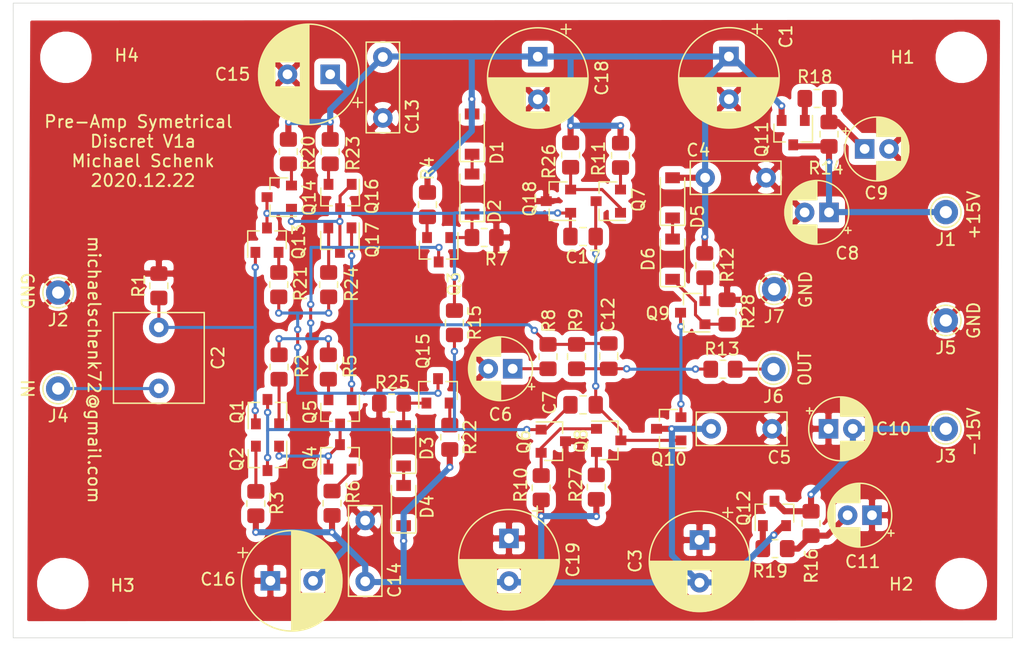
<source format=kicad_pcb>
(kicad_pcb (version 20171130) (host pcbnew "(5.1.8-0-10_14)")
  (layers (0 F.Cu signal) (31 B.Cu signal) (34 B.Paste user) (35 F.Paste user) (36 B.SilkS user) (37 F.SilkS user) (38 B.Mask user) (39 F.Mask user) (44 Edge.Cuts user))
  (net 0 "")
  (net 1 GND)
  (net 2 +15V)
  (net 3 "Net-(C2-Pad2)")
  (net 4 "Net-(C2-Pad1)")
  (net 5 -15V)
  (net 6 "Net-(C6-Pad1)")
  (net 7 "Net-(C7-Pad2)")
  (net 8 "Net-(C8-Pad1)")
  (net 9 "Net-(C9-Pad1)")
  (net 10 "Net-(C10-Pad2)")
  (net 11 "Net-(C11-Pad2)")
  (net 12 "Net-(D1-Pad1)")
  (net 13 "Net-(D2-Pad1)")
  (net 14 "Net-(J6-Pad1)")
  (net 15 "Net-(Q1-Pad2)")
  (net 16 "Net-(Q2-Pad2)")
  (net 17 "Net-(Q2-Pad1)")
  (net 18 "Net-(Q3-Pad3)")
  (net 19 "Net-(Q3-Pad2)")
  (net 20 "Net-(Q4-Pad2)")
  (net 21 "Net-(Q5-Pad2)")
  (net 22 "Net-(Q6-Pad2)")
  (net 23 "Net-(Q7-Pad2)")
  (net 24 "Net-(Q9-Pad2)")
  (net 25 "Net-(C12-Pad2)")
  (net 26 "Net-(C12-Pad1)")
  (net 27 "Net-(Q11-Pad1)")
  (net 28 "Net-(Q12-Pad1)")
  (net 29 "Net-(C17-Pad1)")
  (net 30 "Net-(C17-Pad2)")
  (net 31 "Net-(D3-Pad2)")
  (net 32 "Net-(D3-Pad1)")
  (net 33 "Net-(D5-Pad1)")
  (net 34 "Net-(D6-Pad1)")
  (net 35 "Net-(Q18-Pad2)")
  (net 36 "Net-(Q8-Pad2)")
  (net 37 "Net-(Q13-Pad2)")
  (net 38 "Net-(Q14-Pad2)")
  (net 39 "Net-(Q14-Pad1)")
  (net 40 "Net-(Q15-Pad3)")
  (net 41 "Net-(Q15-Pad2)")
  (net 42 "Net-(Q16-Pad2)")
  (net 43 "Net-(Q17-Pad2)")
  (module Resistor_SMD:R_0805_2012Metric_Pad1.20x1.40mm_HandSolder (layer F.Cu) (at 187.325 138.573 90)
    (fp_text reference R16 (at -3.4892 0.0254 90) (layer F.SilkS))
    (fp_text value 10k)
    (pad 2 smd roundrect (at 1 0 90) (size 1.2 1.4) (layers F.Cu F.Paste F.Mask) (roundrect_rratio 0.2083325) (net 10 "Net-(C10-Pad2)"))
    (pad 1 smd roundrect (at -1 0 90) (size 1.2 1.4) (layers F.Cu F.Paste F.Mask) (roundrect_rratio 0.2083325) (net 11 "Net-(C11-Pad2)"))
  )
  (module Capacitor_THT:CP_Radial_D8.0mm_P3.50mm (layer F.Cu) (at 162.56 139.8016 270)
    (fp_text reference C19 (at 1.75 -5.25 90) (layer F.SilkS))
    (fp_text value 220uF)
    (pad 2 thru_hole circle (at 3.5 0 270) (size 1.6 1.6) (drill 0.8) (layers *.Cu *.Mask) (net 5 -15V))
    (pad 1 thru_hole rect (at 0 0 270) (size 1.6 1.6) (drill 0.8) (layers *.Cu *.Mask) (net 1 GND))
  )
  (module Capacitor_THT:CP_Radial_D8.0mm_P3.50mm (layer F.Cu) (at 164.9222 100.2792 270)
    (fp_text reference C18 (at 1.75 -5.25 90) (layer F.SilkS))
    (fp_text value 220uF)
    (pad 2 thru_hole circle (at 3.5 0 270) (size 1.6 1.6) (drill 0.8) (layers *.Cu *.Mask) (net 1 GND))
    (pad 1 thru_hole rect (at 0 0 270) (size 1.6 1.6) (drill 0.8) (layers *.Cu *.Mask) (net 2 +15V))
  )
  (module Resistor_SMD:R_0805_2012Metric_Pad1.20x1.40mm_HandSolder (layer F.Cu) (at 141.8082 136.9408 270)
    (fp_text reference R3 (at -0.0348 -1.7272 90) (layer F.SilkS))
    (fp_text value 68R)
    (pad 2 smd roundrect (at 1 0 270) (size 1.2 1.4) (layers F.Cu F.Paste F.Mask) (roundrect_rratio 0.2083325) (net 5 -15V))
    (pad 1 smd roundrect (at -1 0 270) (size 1.2 1.4) (layers F.Cu F.Paste F.Mask) (roundrect_rratio 0.2083325) (net 16 "Net-(Q2-Pad2)"))
  )
  (module Resistor_SMD:R_0805_2012Metric_Pad1.20x1.40mm_HandSolder (layer F.Cu) (at 158.0896 122.1072 270)
    (fp_text reference R15 (at 0 -1.65 90) (layer F.SilkS))
    (fp_text value 250k)
    (pad 2 smd roundrect (at 1 0 270) (size 1.2 1.4) (layers F.Cu F.Paste F.Mask) (roundrect_rratio 0.2083325) (net 7 "Net-(C7-Pad2)"))
    (pad 1 smd roundrect (at -1 0 270) (size 1.2 1.4) (layers F.Cu F.Paste F.Mask) (roundrect_rratio 0.2083325) (net 30 "Net-(C17-Pad2)"))
  )
  (module Capacitor_THT:CP_Radial_D5.0mm_P2.00mm (layer F.Cu) (at 162.8648 125.8824 180)
    (fp_text reference C6 (at 1 -3.75) (layer F.SilkS))
    (fp_text value 100uF)
    (pad 2 thru_hole circle (at 2 0 180) (size 1.6 1.6) (drill 0.8) (layers *.Cu *.Mask) (net 1 GND))
    (pad 1 thru_hole rect (at 0 0 180) (size 1.6 1.6) (drill 0.8) (layers *.Cu *.Mask) (net 6 "Net-(C6-Pad1)"))
  )
  (module Package_TO_SOT_SMD:SOT-23 (layer F.Cu) (at 166.6146 112.1308 180)
    (fp_text reference Q18 (at 2.3528 0.193 90) (layer F.SilkS))
    (fp_text value BC860C)
    (pad 3 smd rect (at 1 0 180) (size 0.9 0.8) (layers F.Cu F.Paste F.Mask) (net 1 GND))
    (pad 2 smd rect (at -1 0.95 180) (size 0.9 0.8) (layers F.Cu F.Paste F.Mask) (net 35 "Net-(Q18-Pad2)"))
    (pad 1 smd rect (at -1 -0.95 180) (size 0.9 0.8) (layers F.Cu F.Paste F.Mask) (net 30 "Net-(C17-Pad2)"))
  )
  (module Resistor_SMD:R_0805_2012Metric_Pad1.20x1.40mm_HandSolder (layer F.Cu) (at 180.102 125.9205 180)
    (fp_text reference R13 (at 0.0795 1.651) (layer F.SilkS))
    (fp_text value 47R)
    (pad 2 smd roundrect (at 1 0 180) (size 1.2 1.4) (layers F.Cu F.Paste F.Mask) (roundrect_rratio 0.2083325) (net 26 "Net-(C12-Pad1)"))
    (pad 1 smd roundrect (at -1 0 180) (size 1.2 1.4) (layers F.Cu F.Paste F.Mask) (roundrect_rratio 0.2083325) (net 14 "Net-(J6-Pad1)"))
  )
  (module Resistor_SMD:R_0805_2012Metric_Pad1.20x1.40mm_HandSolder (layer F.Cu) (at 180.4416 121.2248 90)
    (fp_text reference R28 (at 0.0414 1.7145 90) (layer F.SilkS))
    (fp_text value 10k)
    (pad 2 smd roundrect (at 1 0 90) (size 1.2 1.4) (layers F.Cu F.Paste F.Mask) (roundrect_rratio 0.2083325) (net 1 GND))
    (pad 1 smd roundrect (at -1 0 90) (size 1.2 1.4) (layers F.Cu F.Paste F.Mask) (roundrect_rratio 0.2083325) (net 34 "Net-(D6-Pad1)"))
  )
  (module Resistor_SMD:R_0805_2012Metric_Pad1.20x1.40mm_HandSolder (layer F.Cu) (at 169.7228 135.5946 270)
    (fp_text reference R27 (at -0.1872 1.6764 90) (layer F.SilkS))
    (fp_text value 39R)
    (pad 2 smd roundrect (at 1 0 270) (size 1.2 1.4) (layers F.Cu F.Paste F.Mask) (roundrect_rratio 0.2083325) (net 5 -15V))
    (pad 1 smd roundrect (at -1 0 270) (size 1.2 1.4) (layers F.Cu F.Paste F.Mask) (roundrect_rratio 0.2083325) (net 36 "Net-(Q8-Pad2)"))
  )
  (module Resistor_SMD:R_0805_2012Metric_Pad1.20x1.40mm_HandSolder (layer F.Cu) (at 167.6146 108.347 270)
    (fp_text reference R26 (at 0.524 1.778 90) (layer F.SilkS))
    (fp_text value 2k2)
    (pad 2 smd roundrect (at 1 0 270) (size 1.2 1.4) (layers F.Cu F.Paste F.Mask) (roundrect_rratio 0.2083325) (net 35 "Net-(Q18-Pad2)"))
    (pad 1 smd roundrect (at -1 0 270) (size 1.2 1.4) (layers F.Cu F.Paste F.Mask) (roundrect_rratio 0.2083325) (net 2 +15V))
  )
  (module Resistor_SMD:R_0805_2012Metric_Pad1.20x1.40mm_HandSolder (layer F.Cu) (at 152.9334 128.7018)
    (fp_text reference R25 (at 0.0762 -1.7018) (layer F.SilkS))
    (fp_text value 10k)
    (pad 2 smd roundrect (at 1 0) (size 1.2 1.4) (layers F.Cu F.Paste F.Mask) (roundrect_rratio 0.2083325) (net 31 "Net-(D3-Pad2)"))
    (pad 1 smd roundrect (at -1 0) (size 1.2 1.4) (layers F.Cu F.Paste F.Mask) (roundrect_rratio 0.2083325) (net 1 GND))
  )
  (module Resistor_SMD:R_0805_2012Metric_Pad1.20x1.40mm_HandSolder (layer F.Cu) (at 147.7772 118.983 270)
    (fp_text reference R24 (at -0.0348 -1.8796 90) (layer F.SilkS))
    (fp_text value 100R)
    (pad 2 smd roundrect (at 1 0 270) (size 1.2 1.4) (layers F.Cu F.Paste F.Mask) (roundrect_rratio 0.2083325) (net 40 "Net-(Q15-Pad3)"))
    (pad 1 smd roundrect (at -1 0 270) (size 1.2 1.4) (layers F.Cu F.Paste F.Mask) (roundrect_rratio 0.2083325) (net 43 "Net-(Q17-Pad2)"))
  )
  (module Resistor_SMD:R_0805_2012Metric_Pad1.20x1.40mm_HandSolder (layer F.Cu) (at 147.9042 108.0676 270)
    (fp_text reference R23 (at 0.1364 -1.8796 90) (layer F.SilkS))
    (fp_text value 68R)
    (pad 2 smd roundrect (at 1 0 270) (size 1.2 1.4) (layers F.Cu F.Paste F.Mask) (roundrect_rratio 0.2083325) (net 42 "Net-(Q16-Pad2)"))
    (pad 1 smd roundrect (at -1 0 270) (size 1.2 1.4) (layers F.Cu F.Paste F.Mask) (roundrect_rratio 0.2083325) (net 2 +15V))
  )
  (module Resistor_SMD:R_0805_2012Metric_Pad1.20x1.40mm_HandSolder (layer F.Cu) (at 157.7086 131.5052 270)
    (fp_text reference R22 (at 0 -1.65 90) (layer F.SilkS))
    (fp_text value 150R)
    (pad 2 smd roundrect (at 1 0 270) (size 1.2 1.4) (layers F.Cu F.Paste F.Mask) (roundrect_rratio 0.2083325) (net 5 -15V))
    (pad 1 smd roundrect (at -1 0 270) (size 1.2 1.4) (layers F.Cu F.Paste F.Mask) (roundrect_rratio 0.2083325) (net 41 "Net-(Q15-Pad2)"))
  )
  (module Resistor_SMD:R_0805_2012Metric_Pad1.20x1.40mm_HandSolder (layer F.Cu) (at 143.6878 118.983 270)
    (fp_text reference R21 (at -0.0856 -1.778 90) (layer F.SilkS))
    (fp_text value 100R)
    (pad 2 smd roundrect (at 1 0 270) (size 1.2 1.4) (layers F.Cu F.Paste F.Mask) (roundrect_rratio 0.2083325) (net 40 "Net-(Q15-Pad3)"))
    (pad 1 smd roundrect (at -1 0 270) (size 1.2 1.4) (layers F.Cu F.Paste F.Mask) (roundrect_rratio 0.2083325) (net 37 "Net-(Q13-Pad2)"))
  )
  (module Resistor_SMD:R_0805_2012Metric_Pad1.20x1.40mm_HandSolder (layer F.Cu) (at 144.4752 108.0676 270)
    (fp_text reference R20 (at 0.111 -1.6256 90) (layer F.SilkS))
    (fp_text value 68R)
    (pad 2 smd roundrect (at 1 0 270) (size 1.2 1.4) (layers F.Cu F.Paste F.Mask) (roundrect_rratio 0.2083325) (net 38 "Net-(Q14-Pad2)"))
    (pad 1 smd roundrect (at -1 0 270) (size 1.2 1.4) (layers F.Cu F.Paste F.Mask) (roundrect_rratio 0.2083325) (net 2 +15V))
  )
  (module Package_TO_SOT_SMD:SOT-23 (layer F.Cu) (at 148.7018 115.3254 270)
    (fp_text reference Q17 (at -0.016 -2.667 90) (layer F.SilkS))
    (fp_text value BC850C)
    (pad 3 smd rect (at 1 0 270) (size 0.9 0.8) (layers F.Cu F.Paste F.Mask) (net 39 "Net-(Q14-Pad1)"))
    (pad 2 smd rect (at -1 0.95 270) (size 0.9 0.8) (layers F.Cu F.Paste F.Mask) (net 43 "Net-(Q17-Pad2)"))
    (pad 1 smd rect (at -1 -0.95 270) (size 0.9 0.8) (layers F.Cu F.Paste F.Mask) (net 25 "Net-(C12-Pad2)"))
  )
  (module Package_TO_SOT_SMD:SOT-23 (layer F.Cu) (at 148.717 111.7506 270)
    (fp_text reference Q16 (at -0.016 -2.6035 90) (layer F.SilkS))
    (fp_text value BC860C)
    (pad 3 smd rect (at 1 0 270) (size 0.9 0.8) (layers F.Cu F.Paste F.Mask) (net 39 "Net-(Q14-Pad1)"))
    (pad 2 smd rect (at -1 0.95 270) (size 0.9 0.8) (layers F.Cu F.Paste F.Mask) (net 42 "Net-(Q16-Pad2)"))
    (pad 1 smd rect (at -1 -0.95 270) (size 0.9 0.8) (layers F.Cu F.Paste F.Mask) (net 39 "Net-(Q14-Pad1)"))
  )
  (module Package_TO_SOT_SMD:SOT-23 (layer F.Cu) (at 156.7434 127.6952 90)
    (fp_text reference Q15 (at 3.2606 -1.2192 90) (layer F.SilkS))
    (fp_text value BC850C)
    (pad 3 smd rect (at 1 0 90) (size 0.9 0.8) (layers F.Cu F.Paste F.Mask) (net 40 "Net-(Q15-Pad3)"))
    (pad 2 smd rect (at -1 0.95 90) (size 0.9 0.8) (layers F.Cu F.Paste F.Mask) (net 41 "Net-(Q15-Pad2)"))
    (pad 1 smd rect (at -1 -0.95 90) (size 0.9 0.8) (layers F.Cu F.Paste F.Mask) (net 31 "Net-(D3-Pad2)"))
  )
  (module Package_TO_SOT_SMD:SOT-23 (layer F.Cu) (at 143.7292 111.8006 180)
    (fp_text reference Q14 (at -2.4605 -0.061 90) (layer F.SilkS))
    (fp_text value BC860C)
    (pad 3 smd rect (at 1 0 180) (size 0.9 0.8) (layers F.Cu F.Paste F.Mask) (net 30 "Net-(C17-Pad2)"))
    (pad 2 smd rect (at -1 0.95 180) (size 0.9 0.8) (layers F.Cu F.Paste F.Mask) (net 38 "Net-(Q14-Pad2)"))
    (pad 1 smd rect (at -1 -0.95 180) (size 0.9 0.8) (layers F.Cu F.Paste F.Mask) (net 39 "Net-(Q14-Pad1)"))
  )
  (module Package_TO_SOT_SMD:SOT-23 (layer F.Cu) (at 142.7226 115.332 90)
    (fp_text reference Q13 (at -0.111 2.601 90) (layer F.SilkS))
    (fp_text value BC850C)
    (pad 3 smd rect (at 1 0 90) (size 0.9 0.8) (layers F.Cu F.Paste F.Mask) (net 30 "Net-(C17-Pad2)"))
    (pad 2 smd rect (at -1 0.95 90) (size 0.9 0.8) (layers F.Cu F.Paste F.Mask) (net 37 "Net-(Q13-Pad2)"))
    (pad 1 smd rect (at -1 -0.95 90) (size 0.9 0.8) (layers F.Cu F.Paste F.Mask) (net 4 "Net-(C2-Pad1)"))
  )
  (module Diode_SMD:D_SOD-123 (layer F.Cu) (at 175.9712 116.8908 90)
    (fp_text reference D6 (at 0 -2 90) (layer F.SilkS))
    (fp_text value 1N4148W)
    (pad 2 smd rect (at 1.65 0 90) (size 0.9 1.2) (layers F.Cu F.Paste F.Mask) (net 33 "Net-(D5-Pad1)"))
    (pad 1 smd rect (at -1.65 0 90) (size 0.9 1.2) (layers F.Cu F.Paste F.Mask) (net 34 "Net-(D6-Pad1)"))
  )
  (module Diode_SMD:D_SOD-123 (layer F.Cu) (at 175.9712 111.8626 90)
    (fp_text reference D5 (at -1.5484 2.0574 90) (layer F.SilkS))
    (fp_text value 1N4148W)
    (pad 2 smd rect (at 1.65 0 90) (size 0.9 1.2) (layers F.Cu F.Paste F.Mask) (net 2 +15V))
    (pad 1 smd rect (at -1.65 0 90) (size 0.9 1.2) (layers F.Cu F.Paste F.Mask) (net 33 "Net-(D5-Pad1)"))
  )
  (module Diode_SMD:D_SOD-123 (layer F.Cu) (at 153.924 137.1082 90)
    (fp_text reference D4 (at -0.1026 1.9304 90) (layer F.SilkS))
    (fp_text value 1N4148W)
    (pad 2 smd rect (at 1.65 0 90) (size 0.9 1.2) (layers F.Cu F.Paste F.Mask) (net 32 "Net-(D3-Pad1)"))
    (pad 1 smd rect (at -1.65 0 90) (size 0.9 1.2) (layers F.Cu F.Paste F.Mask) (net 5 -15V))
  )
  (module Diode_SMD:D_SOD-123 (layer F.Cu) (at 153.924 132.207 90)
    (fp_text reference D3 (at -0.2032 1.905 90) (layer F.SilkS))
    (fp_text value 1N4148W)
    (pad 2 smd rect (at 1.65 0 90) (size 0.9 1.2) (layers F.Cu F.Paste F.Mask) (net 31 "Net-(D3-Pad2)"))
    (pad 1 smd rect (at -1.65 0 90) (size 0.9 1.2) (layers F.Cu F.Paste F.Mask) (net 32 "Net-(D3-Pad1)"))
  )
  (module Capacitor_SMD:C_0805_2012Metric_Pad1.18x1.45mm_HandSolder (layer F.Cu) (at 168.6345 115.0366 180)
    (fp_text reference C17 (at 0 -1.68) (layer F.SilkS))
    (fp_text value 1nF)
    (pad 2 smd roundrect (at 1.0375 0 180) (size 1.175 1.45) (layers F.Cu F.Paste F.Mask) (roundrect_rratio 0.2127659574468085) (net 30 "Net-(C17-Pad2)"))
    (pad 1 smd roundrect (at -1.0375 0 180) (size 1.175 1.45) (layers F.Cu F.Paste F.Mask) (roundrect_rratio 0.2127659574468085) (net 29 "Net-(C17-Pad1)"))
  )
  (module Capacitor_THT:CP_Radial_D8.0mm_P3.50mm (layer F.Cu) (at 143.002 143.2814)
    (fp_text reference C16 (at -4.2926 -0.127) (layer F.SilkS))
    (fp_text value 220uF)
    (pad 2 thru_hole circle (at 3.5 0) (size 1.6 1.6) (drill 0.8) (layers *.Cu *.Mask) (net 5 -15V))
    (pad 1 thru_hole rect (at 0 0) (size 1.6 1.6) (drill 0.8) (layers *.Cu *.Mask) (net 1 GND))
  )
  (module Capacitor_THT:CP_Radial_D8.0mm_P3.50mm (layer F.Cu) (at 147.9042 101.727 180)
    (fp_text reference C15 (at 8.001 0) (layer F.SilkS))
    (fp_text value 220uF)
    (pad 2 thru_hole circle (at 3.5 0 180) (size 1.6 1.6) (drill 0.8) (layers *.Cu *.Mask) (net 1 GND))
    (pad 1 thru_hole rect (at 0 0 180) (size 1.6 1.6) (drill 0.8) (layers *.Cu *.Mask) (net 2 +15V))
  )
  (module Capacitor_THT:CP_Radial_D8.0mm_P3.50mm (layer F.Cu) (at 178.181 139.9338 270)
    (fp_text reference C3 (at 1.7145 5.2705 90) (layer F.SilkS))
    (fp_text value 220uF)
    (pad 2 thru_hole circle (at 3.5 0 270) (size 1.6 1.6) (drill 0.8) (layers *.Cu *.Mask) (net 5 -15V))
    (pad 1 thru_hole rect (at 0 0 270) (size 1.6 1.6) (drill 0.8) (layers *.Cu *.Mask) (net 1 GND))
  )
  (module Capacitor_THT:CP_Radial_D8.0mm_P3.50mm (layer F.Cu) (at 180.594 100.2665 270)
    (fp_text reference C1 (at -1.6383 -4.6736 90) (layer F.SilkS))
    (fp_text value 220uF)
    (pad 2 thru_hole circle (at 3.5 0 270) (size 1.6 1.6) (drill 0.8) (layers *.Cu *.Mask) (net 1 GND))
    (pad 1 thru_hole rect (at 0 0 270) (size 1.6 1.6) (drill 0.8) (layers *.Cu *.Mask) (net 2 +15V))
  )
  (module Capacitor_THT:CP_Radial_D5.0mm_P2.00mm (layer F.Cu) (at 192.3222 137.8966 180)
    (fp_text reference C11 (at 0.762 -3.81) (layer F.SilkS))
    (fp_text value 100uF)
    (pad 2 thru_hole circle (at 2 0 180) (size 1.6 1.6) (drill 0.8) (layers *.Cu *.Mask) (net 11 "Net-(C11-Pad2)"))
    (pad 1 thru_hole rect (at 0 0 180) (size 1.6 1.6) (drill 0.8) (layers *.Cu *.Mask) (net 1 GND))
  )
  (module Capacitor_THT:CP_Radial_D5.0mm_P2.00mm (layer F.Cu) (at 188.754 130.81)
    (fp_text reference C10 (at 5.334 0) (layer F.SilkS))
    (fp_text value 100uF)
    (pad 2 thru_hole circle (at 2 0) (size 1.6 1.6) (drill 0.8) (layers *.Cu *.Mask) (net 10 "Net-(C10-Pad2)"))
    (pad 1 thru_hole rect (at 0 0) (size 1.6 1.6) (drill 0.8) (layers *.Cu *.Mask) (net 1 GND))
  )
  (module Capacitor_THT:CP_Radial_D5.0mm_P2.00mm (layer F.Cu) (at 191.7192 107.8484)
    (fp_text reference C9 (at 0.9525 3.6195) (layer F.SilkS))
    (fp_text value 100uF)
    (pad 2 thru_hole circle (at 2 0) (size 1.6 1.6) (drill 0.8) (layers *.Cu *.Mask) (net 1 GND))
    (pad 1 thru_hole rect (at 0 0) (size 1.6 1.6) (drill 0.8) (layers *.Cu *.Mask) (net 9 "Net-(C9-Pad1)"))
  )
  (module Capacitor_THT:CP_Radial_D5.0mm_P2.00mm (layer F.Cu) (at 188.7982 113.0554 180)
    (fp_text reference C8 (at -1.4986 -3.3528) (layer F.SilkS))
    (fp_text value 100uF)
    (pad 2 thru_hole circle (at 2 0 180) (size 1.6 1.6) (drill 0.8) (layers *.Cu *.Mask) (net 1 GND))
    (pad 1 thru_hole rect (at 0 0 180) (size 1.6 1.6) (drill 0.8) (layers *.Cu *.Mask) (net 8 "Net-(C8-Pad1)"))
  )
  (module Resistor_SMD:R_0805_2012Metric_Pad1.20x1.40mm_HandSolder (layer F.Cu) (at 184.3692 140.6398 180)
    (fp_text reference R19 (at 0.397 -1.8542) (layer F.SilkS))
    (fp_text value 100R)
    (pad 2 smd roundrect (at 1 0 180) (size 1.2 1.4) (layers F.Cu F.Paste F.Mask) (roundrect_rratio 0.2083325) (net 28 "Net-(Q12-Pad1)"))
    (pad 1 smd roundrect (at -1 0 180) (size 1.2 1.4) (layers F.Cu F.Paste F.Mask) (roundrect_rratio 0.2083325) (net 11 "Net-(C11-Pad2)"))
  )
  (module Resistor_SMD:R_0805_2012Metric_Pad1.20x1.40mm_HandSolder (layer F.Cu) (at 187.817 103.7082 180)
    (fp_text reference R18 (at 0.1872 1.778) (layer F.SilkS))
    (fp_text value 100R)
    (pad 2 smd roundrect (at 1 0 180) (size 1.2 1.4) (layers F.Cu F.Paste F.Mask) (roundrect_rratio 0.2083325) (net 27 "Net-(Q11-Pad1)"))
    (pad 1 smd roundrect (at -1 0 180) (size 1.2 1.4) (layers F.Cu F.Paste F.Mask) (roundrect_rratio 0.2083325) (net 9 "Net-(C9-Pad1)"))
  )
  (module Resistor_SMD:R_0805_2012Metric_Pad1.20x1.40mm_HandSolder (layer F.Cu) (at 188.7982 106.6386 270)
    (fp_text reference R14 (at 2.7846 0.254 180) (layer F.SilkS))
    (fp_text value 10k)
    (pad 2 smd roundrect (at 1 0 270) (size 1.2 1.4) (layers F.Cu F.Paste F.Mask) (roundrect_rratio 0.2083325) (net 8 "Net-(C8-Pad1)"))
    (pad 1 smd roundrect (at -1 0 270) (size 1.2 1.4) (layers F.Cu F.Paste F.Mask) (roundrect_rratio 0.2083325) (net 9 "Net-(C9-Pad1)"))
  )
  (module Capacitor_THT:C_Rect_L7.2mm_W2.5mm_P5.00mm_FKS2_FKP2_MKS2_MKP2 (layer F.Cu) (at 150.7744 143.3284 90)
    (fp_text reference C14 (at 0.0978 2.413 90) (layer F.SilkS))
    (fp_text value 100nF)
    (pad 2 thru_hole circle (at 5 0 90) (size 1.6 1.6) (drill 0.8) (layers *.Cu *.Mask) (net 1 GND))
    (pad 1 thru_hole circle (at 0 0 90) (size 1.6 1.6) (drill 0.8) (layers *.Cu *.Mask) (net 5 -15V))
  )
  (module Capacitor_THT:C_Rect_L7.2mm_W2.5mm_P5.00mm_FKS2_FKP2_MKS2_MKP2 (layer F.Cu) (at 152.2222 105.3046 90)
    (fp_text reference C13 (at 0.1105 2.413 90) (layer F.SilkS))
    (fp_text value 100nF)
    (pad 2 thru_hole circle (at 5 0 90) (size 1.6 1.6) (drill 0.8) (layers *.Cu *.Mask) (net 2 +15V))
    (pad 1 thru_hole circle (at 0 0 90) (size 1.6 1.6) (drill 0.8) (layers *.Cu *.Mask) (net 1 GND))
  )
  (module Capacitor_THT:C_Rect_L7.2mm_W2.5mm_P5.00mm_FKS2_FKP2_MKS2_MKP2 (layer F.Cu) (at 179.1335 130.81)
    (fp_text reference C5 (at 5.588 2.3495) (layer F.SilkS))
    (fp_text value 100nF)
    (pad 2 thru_hole circle (at 5 0) (size 1.6 1.6) (drill 0.8) (layers *.Cu *.Mask) (net 1 GND))
    (pad 1 thru_hole circle (at 0 0) (size 1.6 1.6) (drill 0.8) (layers *.Cu *.Mask) (net 5 -15V))
  )
  (module Capacitor_THT:C_Rect_L7.2mm_W2.5mm_P5.00mm_FKS2_FKP2_MKS2_MKP2 (layer F.Cu) (at 183.642 110.2106 180)
    (fp_text reference C4 (at 5.5626 2.2606) (layer F.SilkS))
    (fp_text value 100nF)
    (pad 2 thru_hole circle (at 5 0 180) (size 1.6 1.6) (drill 0.8) (layers *.Cu *.Mask) (net 2 +15V))
    (pad 1 thru_hole circle (at 0 0 180) (size 1.6 1.6) (drill 0.8) (layers *.Cu *.Mask) (net 1 GND))
  )
  (module Connector_Pin:Pin_D1.0mm_L10.0mm (layer F.Cu) (at 184.3024 119.3546)
    (fp_text reference J7 (at 0 2.25) (layer F.SilkS))
    (fp_text value Conn_01x01)
    (pad 1 thru_hole circle (at 0 0) (size 2 2) (drill 1) (layers *.Cu *.Mask) (net 1 GND))
  )
  (module Connector_Pin:Pin_D1.0mm_L10.0mm (layer F.Cu) (at 184.2516 125.9078)
    (fp_text reference J6 (at 0 2.25) (layer F.SilkS))
    (fp_text value Conn_01x01)
    (pad 1 thru_hole circle (at 0 0) (size 2 2) (drill 1) (layers *.Cu *.Mask) (net 14 "Net-(J6-Pad1)"))
  )
  (module Connector_Pin:Pin_D1.0mm_L10.0mm (layer F.Cu) (at 198.374 121.92)
    (fp_text reference J5 (at 0 2.25) (layer F.SilkS))
    (fp_text value Conn_01x01)
    (pad 1 thru_hole circle (at 0 0) (size 2 2) (drill 1) (layers *.Cu *.Mask) (net 1 GND))
  )
  (module Connector_Pin:Pin_D1.0mm_L10.0mm (layer F.Cu) (at 125.603 127.508)
    (fp_text reference J4 (at 0 2.25) (layer F.SilkS))
    (fp_text value Conn_01x01)
    (pad 1 thru_hole circle (at 0 0) (size 2 2) (drill 1) (layers *.Cu *.Mask) (net 3 "Net-(C2-Pad2)"))
  )
  (module Connector_Pin:Pin_D1.0mm_L10.0mm (layer F.Cu) (at 198.374 130.81)
    (fp_text reference J3 (at 0 2.25) (layer F.SilkS))
    (fp_text value Conn_01x01)
    (pad 1 thru_hole circle (at 0 0) (size 2 2) (drill 1) (layers *.Cu *.Mask) (net 10 "Net-(C10-Pad2)"))
  )
  (module Connector_Pin:Pin_D1.0mm_L10.0mm (layer F.Cu) (at 125.603 119.634)
    (fp_text reference J2 (at 0 2.25) (layer F.SilkS))
    (fp_text value Conn_01x01)
    (pad 1 thru_hole circle (at 0 0) (size 2 2) (drill 1) (layers *.Cu *.Mask) (net 1 GND))
  )
  (module Connector_Pin:Pin_D1.0mm_L10.0mm (layer F.Cu) (at 198.374 113.03)
    (fp_text reference J1 (at 0 2.25) (layer F.SilkS))
    (fp_text value Conn_01x01)
    (pad 1 thru_hole circle (at 0 0) (size 2 2) (drill 1) (layers *.Cu *.Mask) (net 8 "Net-(C8-Pad1)"))
  )
  (module Package_TO_SOT_SMD:SOT-23 (layer F.Cu) (at 148.7068 133.112 90)
    (fp_text reference Q4 (at -0.0856 -2.4536 270) (layer F.SilkS))
    (fp_text value BC850C)
    (pad 3 smd rect (at 1 0 90) (size 0.9 0.8) (layers F.Cu F.Paste F.Mask) (net 17 "Net-(Q2-Pad1)"))
    (pad 2 smd rect (at -1 0.95 90) (size 0.9 0.8) (layers F.Cu F.Paste F.Mask) (net 20 "Net-(Q4-Pad2)"))
    (pad 1 smd rect (at -1 -0.95 90) (size 0.9 0.8) (layers F.Cu F.Paste F.Mask) (net 17 "Net-(Q2-Pad1)"))
  )
  (module Package_TO_SOT_SMD:SOT-23 (layer F.Cu) (at 175.657 130.8075 180)
    (fp_text reference Q10 (at 0 -2.5) (layer F.SilkS))
    (fp_text value BC860C)
    (pad 3 smd rect (at 1 0 180) (size 0.9 0.8) (layers F.Cu F.Paste F.Mask) (net 5 -15V))
    (pad 2 smd rect (at -1 0.95 180) (size 0.9 0.8) (layers F.Cu F.Paste F.Mask) (net 26 "Net-(C12-Pad1)"))
    (pad 1 smd rect (at -1 -0.95 180) (size 0.9 0.8) (layers F.Cu F.Paste F.Mask) (net 29 "Net-(C17-Pad1)"))
  )
  (module Resistor_SMD:R_0805_2012Metric_Pad1.20x1.40mm_HandSolder (layer F.Cu) (at 155.8798 112.4204 270)
    (fp_text reference R4 (at -2.9685 0 90) (layer F.SilkS))
    (fp_text value 150R)
    (pad 2 smd roundrect (at 1 0 270) (size 1.2 1.4) (layers F.Cu F.Paste F.Mask) (roundrect_rratio 0.2083325) (net 19 "Net-(Q3-Pad2)"))
    (pad 1 smd roundrect (at -1 0 270) (size 1.2 1.4) (layers F.Cu F.Paste F.Mask) (roundrect_rratio 0.2083325) (net 2 +15V))
  )
  (module Capacitor_SMD:C_0805_2012Metric_Pad1.18x1.45mm_HandSolder (layer F.Cu) (at 168.6345 128.8415 180)
    (fp_text reference C7 (at 2.7471 0.1651 90) (layer F.SilkS))
    (fp_text value 1nF)
    (pad 2 smd roundrect (at 1.0375 0 180) (size 1.175 1.45) (layers F.Cu F.Paste F.Mask) (roundrect_rratio 0.2127659574468085) (net 7 "Net-(C7-Pad2)"))
    (pad 1 smd roundrect (at -1.0375 0 180) (size 1.175 1.45) (layers F.Cu F.Paste F.Mask) (roundrect_rratio 0.2127659574468085) (net 29 "Net-(C17-Pad1)"))
  )
  (module Capacitor_SMD:C_0805_2012Metric_Pad1.18x1.45mm_HandSolder (layer F.Cu) (at 170.7388 124.8449 90)
    (fp_text reference C12 (at 3.3821 -0.0508 90) (layer F.SilkS))
    (fp_text value 4.7pF)
    (pad 2 smd roundrect (at 1.0375 0 90) (size 1.175 1.45) (layers F.Cu F.Paste F.Mask) (roundrect_rratio 0.2127659574468085) (net 25 "Net-(C12-Pad2)"))
    (pad 1 smd roundrect (at -1.0375 0 90) (size 1.175 1.45) (layers F.Cu F.Paste F.Mask) (roundrect_rratio 0.2127659574468085) (net 26 "Net-(C12-Pad1)"))
  )
  (module Package_TO_SOT_SMD:SOT-23 (layer F.Cu) (at 177.6255 121.2825 180)
    (fp_text reference Q9 (at 2.8735 -0.066) (layer F.SilkS))
    (fp_text value BC860C)
    (pad 1 smd rect (at -1 -0.95 180) (size 0.9 0.8) (layers F.Cu F.Paste F.Mask) (net 34 "Net-(D6-Pad1)"))
    (pad 2 smd rect (at -1 0.95 180) (size 0.9 0.8) (layers F.Cu F.Paste F.Mask) (net 24 "Net-(Q9-Pad2)"))
    (pad 3 smd rect (at 1 0 180) (size 0.9 0.8) (layers F.Cu F.Paste F.Mask) (net 26 "Net-(C12-Pad1)"))
  )
  (module Resistor_SMD:R_0805_2012Metric_Pad1.20x1.40mm_HandSolder (layer F.Cu) (at 133.858 119.0752 90)
    (fp_text reference R1 (at 0 -1.65 90) (layer F.SilkS))
    (fp_text value 22k)
    (pad 2 smd roundrect (at 1 0 90) (size 1.2 1.4) (layers F.Cu F.Paste F.Mask) (roundrect_rratio 0.2083325) (net 1 GND))
    (pad 1 smd roundrect (at -1 0 90) (size 1.2 1.4) (layers F.Cu F.Paste F.Mask) (roundrect_rratio 0.2083325) (net 4 "Net-(C2-Pad1)"))
  )
  (module Resistor_SMD:R_0805_2012Metric_Pad1.20x1.40mm_HandSolder (layer F.Cu) (at 178.6128 117.4148 270)
    (fp_text reference R12 (at -0.0475 -1.8415 90) (layer F.SilkS))
    (fp_text value 100R)
    (pad 2 smd roundrect (at 1 0 270) (size 1.2 1.4) (layers F.Cu F.Paste F.Mask) (roundrect_rratio 0.2083325) (net 24 "Net-(Q9-Pad2)"))
    (pad 1 smd roundrect (at -1 0 270) (size 1.2 1.4) (layers F.Cu F.Paste F.Mask) (roundrect_rratio 0.2083325) (net 2 +15V))
  )
  (module Resistor_SMD:R_0805_2012Metric_Pad1.20x1.40mm_HandSolder (layer F.Cu) (at 171.704 108.3724 270)
    (fp_text reference R11 (at 0.2634 1.8034 90) (layer F.SilkS))
    (fp_text value 39R)
    (pad 2 smd roundrect (at 1 0 270) (size 1.2 1.4) (layers F.Cu F.Paste F.Mask) (roundrect_rratio 0.2083325) (net 23 "Net-(Q7-Pad2)"))
    (pad 1 smd roundrect (at -1 0 270) (size 1.2 1.4) (layers F.Cu F.Paste F.Mask) (roundrect_rratio 0.2083325) (net 2 +15V))
  )
  (module Resistor_SMD:R_0805_2012Metric_Pad1.20x1.40mm_HandSolder (layer F.Cu) (at 165.2016 135.6454 270)
    (fp_text reference R10 (at -0.238 1.6764 90) (layer F.SilkS))
    (fp_text value 2k2)
    (pad 2 smd roundrect (at 1 0 270) (size 1.2 1.4) (layers F.Cu F.Paste F.Mask) (roundrect_rratio 0.2083325) (net 5 -15V))
    (pad 1 smd roundrect (at -1 0 270) (size 1.2 1.4) (layers F.Cu F.Paste F.Mask) (roundrect_rratio 0.2083325) (net 22 "Net-(Q6-Pad2)"))
  )
  (module Resistor_SMD:R_0805_2012Metric_Pad1.20x1.40mm_HandSolder (layer F.Cu) (at 168.0972 124.8824 90)
    (fp_text reference R9 (at 3.0005 -0.0635 90) (layer F.SilkS))
    (fp_text value 22k)
    (pad 2 smd roundrect (at 1 0 90) (size 1.2 1.4) (layers F.Cu F.Paste F.Mask) (roundrect_rratio 0.2083325) (net 25 "Net-(C12-Pad2)"))
    (pad 1 smd roundrect (at -1 0 90) (size 1.2 1.4) (layers F.Cu F.Paste F.Mask) (roundrect_rratio 0.2083325) (net 26 "Net-(C12-Pad1)"))
  )
  (module Resistor_SMD:R_0805_2012Metric_Pad1.20x1.40mm_HandSolder (layer F.Cu) (at 165.7604 124.8824 270)
    (fp_text reference R8 (at -2.937 -0.0635 90) (layer F.SilkS))
    (fp_text value 22k)
    (pad 2 smd roundrect (at 1 0 270) (size 1.2 1.4) (layers F.Cu F.Paste F.Mask) (roundrect_rratio 0.2083325) (net 6 "Net-(C6-Pad1)"))
    (pad 1 smd roundrect (at -1 0 270) (size 1.2 1.4) (layers F.Cu F.Paste F.Mask) (roundrect_rratio 0.2083325) (net 25 "Net-(C12-Pad2)"))
  )
  (module Resistor_SMD:R_0805_2012Metric_Pad1.20x1.40mm_HandSolder (layer F.Cu) (at 160.528 115.1128)
    (fp_text reference R7 (at 1.016 1.778) (layer F.SilkS))
    (fp_text value 10k)
    (pad 2 smd roundrect (at 1 0) (size 1.2 1.4) (layers F.Cu F.Paste F.Mask) (roundrect_rratio 0.2083325) (net 1 GND))
    (pad 1 smd roundrect (at -1 0) (size 1.2 1.4) (layers F.Cu F.Paste F.Mask) (roundrect_rratio 0.2083325) (net 13 "Net-(D2-Pad1)"))
  )
  (module Resistor_SMD:R_0805_2012Metric_Pad1.20x1.40mm_HandSolder (layer F.Cu) (at 148.0566 136.9154 270)
    (fp_text reference R6 (at -0.9238 -1.7272 90) (layer F.SilkS))
    (fp_text value 68R)
    (pad 2 smd roundrect (at 1 0 270) (size 1.2 1.4) (layers F.Cu F.Paste F.Mask) (roundrect_rratio 0.2083325) (net 5 -15V))
    (pad 1 smd roundrect (at -1 0 270) (size 1.2 1.4) (layers F.Cu F.Paste F.Mask) (roundrect_rratio 0.2083325) (net 20 "Net-(Q4-Pad2)"))
  )
  (module Resistor_SMD:R_0805_2012Metric_Pad1.20x1.40mm_HandSolder (layer F.Cu) (at 147.7518 125.7394 270)
    (fp_text reference R5 (at -0.0602 -1.778 90) (layer F.SilkS))
    (fp_text value 100R)
    (pad 2 smd roundrect (at 1 0 270) (size 1.2 1.4) (layers F.Cu F.Paste F.Mask) (roundrect_rratio 0.2083325) (net 21 "Net-(Q5-Pad2)"))
    (pad 1 smd roundrect (at -1 0 270) (size 1.2 1.4) (layers F.Cu F.Paste F.Mask) (roundrect_rratio 0.2083325) (net 18 "Net-(Q3-Pad3)"))
  )
  (module Resistor_SMD:R_0805_2012Metric_Pad1.20x1.40mm_HandSolder (layer F.Cu) (at 143.7132 125.7394 270)
    (fp_text reference R2 (at -0.0602 -1.8796 90) (layer F.SilkS))
    (fp_text value 100R)
    (pad 2 smd roundrect (at 1 0 270) (size 1.2 1.4) (layers F.Cu F.Paste F.Mask) (roundrect_rratio 0.2083325) (net 15 "Net-(Q1-Pad2)"))
    (pad 1 smd roundrect (at -1 0 270) (size 1.2 1.4) (layers F.Cu F.Paste F.Mask) (roundrect_rratio 0.2083325) (net 18 "Net-(Q3-Pad3)"))
  )
  (module Package_TO_SOT_SMD:SOT-23 (layer F.Cu) (at 184.3278 137.7536 90)
    (fp_text reference Q12 (at 0.4412 -2.5146 90) (layer F.SilkS))
    (fp_text value BC860C)
    (pad 3 smd rect (at 1 0 90) (size 0.9 0.8) (layers F.Cu F.Paste F.Mask) (net 10 "Net-(C10-Pad2)"))
    (pad 2 smd rect (at -1 0.95 90) (size 0.9 0.8) (layers F.Cu F.Paste F.Mask) (net 5 -15V))
    (pad 1 smd rect (at -1 -0.95 90) (size 0.9 0.8) (layers F.Cu F.Paste F.Mask) (net 28 "Net-(Q12-Pad1)"))
  )
  (module Package_TO_SOT_SMD:SOT-23 (layer F.Cu) (at 185.862 106.5116 270)
    (fp_text reference Q11 (at 0.5494 2.5756 90) (layer F.SilkS))
    (fp_text value BC850C)
    (pad 3 smd rect (at 1 0 270) (size 0.9 0.8) (layers F.Cu F.Paste F.Mask) (net 8 "Net-(C8-Pad1)"))
    (pad 2 smd rect (at -1 0.95 270) (size 0.9 0.8) (layers F.Cu F.Paste F.Mask) (net 2 +15V))
    (pad 1 smd rect (at -1 -0.95 270) (size 0.9 0.8) (layers F.Cu F.Paste F.Mask) (net 27 "Net-(Q11-Pad1)"))
  )
  (module Package_TO_SOT_SMD:SOT-23 (layer F.Cu) (at 170.7355 131.76)
    (fp_text reference Q8 (at -2.2573 0.0406 90) (layer F.SilkS))
    (fp_text value BC850C)
    (pad 3 smd rect (at 1 0) (size 0.9 0.8) (layers F.Cu F.Paste F.Mask) (net 29 "Net-(C17-Pad1)"))
    (pad 2 smd rect (at -1 0.95) (size 0.9 0.8) (layers F.Cu F.Paste F.Mask) (net 36 "Net-(Q8-Pad2)"))
    (pad 1 smd rect (at -1 -0.95) (size 0.9 0.8) (layers F.Cu F.Paste F.Mask) (net 22 "Net-(Q6-Pad2)"))
  )
  (module Package_TO_SOT_SMD:SOT-23 (layer F.Cu) (at 170.704 112.1308 180)
    (fp_text reference Q7 (at -2.4732 0.1168 90) (layer F.SilkS))
    (fp_text value BC860C)
    (pad 3 smd rect (at 1 0 180) (size 0.9 0.8) (layers F.Cu F.Paste F.Mask) (net 29 "Net-(C17-Pad1)"))
    (pad 2 smd rect (at -1 0.95 180) (size 0.9 0.8) (layers F.Cu F.Paste F.Mask) (net 23 "Net-(Q7-Pad2)"))
    (pad 1 smd rect (at -1 -0.95 180) (size 0.9 0.8) (layers F.Cu F.Paste F.Mask) (net 35 "Net-(Q18-Pad2)"))
  )
  (module Package_TO_SOT_SMD:SOT-23 (layer F.Cu) (at 166.1955 131.826)
    (fp_text reference Q6 (at -2.4163 0.0508 90) (layer F.SilkS))
    (fp_text value BC850C)
    (pad 3 smd rect (at 1 0) (size 0.9 0.8) (layers F.Cu F.Paste F.Mask) (net 1 GND))
    (pad 2 smd rect (at -1 0.95) (size 0.9 0.8) (layers F.Cu F.Paste F.Mask) (net 22 "Net-(Q6-Pad2)"))
    (pad 1 smd rect (at -1 -0.95) (size 0.9 0.8) (layers F.Cu F.Paste F.Mask) (net 7 "Net-(C7-Pad2)"))
  )
  (module Package_TO_SOT_SMD:SOT-23 (layer F.Cu) (at 148.717 129.4224 270)
    (fp_text reference Q5 (at 0 2.4765 90) (layer F.SilkS))
    (fp_text value BC860C)
    (pad 3 smd rect (at 1 0 270) (size 0.9 0.8) (layers F.Cu F.Paste F.Mask) (net 17 "Net-(Q2-Pad1)"))
    (pad 2 smd rect (at -1 0.95 270) (size 0.9 0.8) (layers F.Cu F.Paste F.Mask) (net 21 "Net-(Q5-Pad2)"))
    (pad 1 smd rect (at -1 -0.95 270) (size 0.9 0.8) (layers F.Cu F.Paste F.Mask) (net 25 "Net-(C12-Pad2)"))
  )
  (module Package_TO_SOT_SMD:SOT-23 (layer F.Cu) (at 156.7942 116.1194 270)
    (fp_text reference Q3 (at 2.81 -1.2675 90) (layer F.SilkS))
    (fp_text value BC860C)
    (pad 3 smd rect (at 1 0 270) (size 0.9 0.8) (layers F.Cu F.Paste F.Mask) (net 18 "Net-(Q3-Pad3)"))
    (pad 2 smd rect (at -1 0.95 270) (size 0.9 0.8) (layers F.Cu F.Paste F.Mask) (net 19 "Net-(Q3-Pad2)"))
    (pad 1 smd rect (at -1 -0.95 270) (size 0.9 0.8) (layers F.Cu F.Paste F.Mask) (net 13 "Net-(D2-Pad1)"))
  )
  (module Package_TO_SOT_SMD:SOT-23 (layer F.Cu) (at 142.7632 133.2324 270)
    (fp_text reference Q2 (at 0.0668 2.5044 270) (layer F.SilkS))
    (fp_text value BC850C)
    (pad 3 smd rect (at 1 0 270) (size 0.9 0.8) (layers F.Cu F.Paste F.Mask) (net 7 "Net-(C7-Pad2)"))
    (pad 2 smd rect (at -1 0.95 270) (size 0.9 0.8) (layers F.Cu F.Paste F.Mask) (net 16 "Net-(Q2-Pad2)"))
    (pad 1 smd rect (at -1 -0.95 270) (size 0.9 0.8) (layers F.Cu F.Paste F.Mask) (net 17 "Net-(Q2-Pad1)"))
  )
  (module Package_TO_SOT_SMD:SOT-23 (layer F.Cu) (at 142.7632 129.4036 90)
    (fp_text reference Q1 (at 0 -2.5 90) (layer F.SilkS))
    (fp_text value BC860C)
    (pad 3 smd rect (at 1 0 90) (size 0.9 0.8) (layers F.Cu F.Paste F.Mask) (net 7 "Net-(C7-Pad2)"))
    (pad 2 smd rect (at -1 0.95 90) (size 0.9 0.8) (layers F.Cu F.Paste F.Mask) (net 15 "Net-(Q1-Pad2)"))
    (pad 1 smd rect (at -1 -0.95 90) (size 0.9 0.8) (layers F.Cu F.Paste F.Mask) (net 4 "Net-(C2-Pad1)"))
  )
  (module MountingHole:MountingHole_3.2mm_M3 (layer F.Cu) (at 126.238 100.33)
    (fp_text reference H4 (at 4.9784 -0.1524) (layer F.SilkS))
    (fp_text value MountingHole)
    (pad 1 np_thru_hole circle (at 0 0) (size 3.2 3.2) (drill 3.2) (layers *.Cu *.Mask))
  )
  (module MountingHole:MountingHole_3.2mm_M3 (layer F.Cu) (at 125.984 143.51)
    (fp_text reference H3 (at 4.9022 0.1524) (layer F.SilkS))
    (fp_text value MountingHole)
    (pad 1 np_thru_hole circle (at 0 0) (size 3.2 3.2) (drill 3.2) (layers *.Cu *.Mask))
  )
  (module MountingHole:MountingHole_3.2mm_M3 (layer F.Cu) (at 199.644 143.51)
    (fp_text reference H2 (at -4.9276 0.0508) (layer F.SilkS))
    (fp_text value MountingHole)
    (pad 1 np_thru_hole circle (at 0 0) (size 3.2 3.2) (drill 3.2) (layers *.Cu *.Mask))
  )
  (module MountingHole:MountingHole_3.2mm_M3 (layer F.Cu) (at 199.644 100.33)
    (fp_text reference H1 (at -4.826 0) (layer F.SilkS))
    (fp_text value MountingHole)
    (pad 1 np_thru_hole circle (at 0 0) (size 3.2 3.2) (drill 3.2) (layers *.Cu *.Mask))
  )
  (module Diode_SMD:D_SOD-123 (layer F.Cu) (at 159.5374 111.5568 90)
    (fp_text reference D2 (at -1.397 1.8415 90) (layer F.SilkS))
    (fp_text value 1N4148W)
    (pad 2 smd rect (at 1.65 0 90) (size 0.9 1.2) (layers F.Cu F.Paste F.Mask) (net 12 "Net-(D1-Pad1)"))
    (pad 1 smd rect (at -1.65 0 90) (size 0.9 1.2) (layers F.Cu F.Paste F.Mask) (net 13 "Net-(D2-Pad1)"))
  )
  (module Diode_SMD:D_SOD-123 (layer F.Cu) (at 159.5374 106.6302 90)
    (fp_text reference D1 (at -1.525 2.032 90) (layer F.SilkS))
    (fp_text value 1N4148W)
    (pad 2 smd rect (at 1.65 0 90) (size 0.9 1.2) (layers F.Cu F.Paste F.Mask) (net 2 +15V))
    (pad 1 smd rect (at -1.65 0 90) (size 0.9 1.2) (layers F.Cu F.Paste F.Mask) (net 12 "Net-(D1-Pad1)"))
  )
  (module Capacitor_THT:C_Rect_L7.2mm_W7.2mm_P5.00mm_FKS2_FKP2_MKS2_MKP2 (layer F.Cu) (at 133.858 122.4915 270)
    (fp_text reference C2 (at 2.5 -4.85 90) (layer F.SilkS))
    (fp_text value 2.2uF)
    (pad 2 thru_hole circle (at 5 0 270) (size 1.6 1.6) (drill 0.8) (layers *.Cu *.Mask) (net 3 "Net-(C2-Pad2)"))
    (pad 1 thru_hole circle (at 0 0 270) (size 1.6 1.6) (drill 0.8) (layers *.Cu *.Mask) (net 4 "Net-(C2-Pad1)"))
  )
  (gr_text -15V (at 200.66 131.064 90) (layer F.SilkS) (effects (font (size 1 1))))
  (gr_text michaelschenk72@gmail.com (at 128.5494 125.9586 270) (layer F.SilkS) (effects (font (size 1 1))))
  (gr_text "Pre-Amp Symetrical \nDiscret V1a\nMichael Schenk\n2020.12.22" (at 132.5626 108.0262) (layer F.SilkS) (effects (font (size 1 1))))
  (gr_line (start 203.835 95.885) (end 121.92 95.885) (layer Edge.Cuts) (width 0.05))
  (gr_line (start 203.835 147.955) (end 203.835 95.885) (layer Edge.Cuts) (width 0.05))
  (gr_line (start 121.92 147.955) (end 203.835 147.955) (layer Edge.Cuts) (width 0.05))
  (gr_line (start 121.92 96.52) (end 121.92 147.955) (layer Edge.Cuts) (width 0.05))
  (gr_line (start 121.92 95.885) (end 121.92 96.52) (layer Edge.Cuts) (width 0.05))
  (gr_text GND (at 186.8805 119.38 90) (layer F.SilkS) (effects (font (size 1 1))))
  (gr_text OUT (at 186.817 125.857 90) (layer F.SilkS) (effects (font (size 1 1))))
  (gr_text GND (at 123.063 119.507 270) (layer F.SilkS) (effects (font (size 1 1))))
  (gr_text IN (at 123.063 127.508 270) (layer F.SilkS) (effects (font (size 1 1))))
  (gr_text GND (at 200.66 121.92 90) (layer F.SilkS) (effects (font (size 1 1))))
  (gr_text +15V (at 200.66 113.284 90) (layer F.SilkS) (effects (font (size 1 1))))
  (segment (start 157.226 100.2665) (end 157.226 100.2665) (width 0.5) (layer B.Cu) (net 2))
  (segment (start 169.926 100.2665) (end 172.974 100.2665) (width 0.5) (layer B.Cu) (net 2))
  (segment (start 172.974 100.2665) (end 180.594 100.2665) (width 0.5) (layer B.Cu) (net 2))
  (segment (start 175.9732 110.2106) (end 175.9712 110.2126) (width 0.5) (layer F.Cu) (net 2))
  (segment (start 178.642 110.2106) (end 175.9732 110.2106) (width 0.5) (layer F.Cu) (net 2))
  (segment (start 178.642 102.2185) (end 178.642 110.2106) (width 0.5) (layer B.Cu) (net 2))
  (segment (start 180.594 100.2665) (end 178.642 102.2185) (width 0.5) (layer B.Cu) (net 2))
  (via (at 178.6128 115.062) (size 0.6) (drill 0.3) (layers F.Cu B.Cu) (net 2))
  (segment (start 178.642 115.0328) (end 178.6128 115.062) (width 0.5) (layer B.Cu) (net 2))
  (segment (start 178.642 110.2106) (end 178.642 115.0328) (width 0.5) (layer B.Cu) (net 2))
  (segment (start 178.6128 115.062) (end 178.6128 116.4148) (width 0.5) (layer F.Cu) (net 2))
  (segment (start 167.64 107.3724) (end 167.6146 107.347) (width 0.25) (layer F.Cu) (net 2))
  (via (at 167.6146 105.9434) (size 0.6) (drill 0.3) (layers F.Cu B.Cu) (net 2))
  (segment (start 167.6146 107.347) (end 167.6146 105.9434) (width 0.5) (layer F.Cu) (net 2))
  (segment (start 167.6146 100.3554) (end 167.7035 100.2665) (width 0.5) (layer B.Cu) (net 2))
  (segment (start 167.6146 105.9434) (end 167.6146 100.3554) (width 0.5) (layer B.Cu) (net 2))
  (segment (start 167.7035 100.2665) (end 169.926 100.2665) (width 0.5) (layer B.Cu) (net 2))
  (segment (start 165.989 100.2665) (end 167.7035 100.2665) (width 0.5) (layer B.Cu) (net 2))
  (via (at 171.704 105.9434) (size 0.6) (drill 0.3) (layers F.Cu B.Cu) (net 2))
  (segment (start 167.6146 105.9434) (end 171.704 105.9434) (width 0.5) (layer B.Cu) (net 2))
  (segment (start 171.704 105.9434) (end 171.704 107.3724) (width 0.5) (layer F.Cu) (net 2))
  (via (at 159.512 103.759) (size 0.6) (drill 0.3) (layers F.Cu B.Cu) (net 2))
  (segment (start 159.5374 103.7844) (end 159.512 103.759) (width 0.5) (layer F.Cu) (net 2))
  (segment (start 159.5374 104.9802) (end 159.5374 103.7844) (width 0.5) (layer F.Cu) (net 2))
  (segment (start 159.512 100.457) (end 159.3215 100.2665) (width 0.5) (layer B.Cu) (net 2))
  (segment (start 159.512 103.759) (end 159.512 100.457) (width 0.5) (layer B.Cu) (net 2))
  (segment (start 159.3215 100.2665) (end 165.989 100.2665) (width 0.5) (layer B.Cu) (net 2))
  (via (at 155.8798 110.0074) (size 0.6) (drill 0.3) (layers F.Cu B.Cu) (net 2))
  (segment (start 159.512 106.3752) (end 155.8798 110.0074) (width 0.5) (layer B.Cu) (net 2))
  (segment (start 159.512 103.759) (end 159.512 106.3752) (width 0.5) (layer B.Cu) (net 2))
  (segment (start 155.8798 110.0074) (end 155.8798 111.4204) (width 0.5) (layer F.Cu) (net 2))
  (via (at 144.5006 105.6386) (size 0.6) (drill 0.3) (layers F.Cu B.Cu) (net 2))
  (segment (start 144.4752 105.664) (end 144.5006 105.6386) (width 0.5) (layer F.Cu) (net 2))
  (segment (start 144.4752 107.0676) (end 144.4752 105.664) (width 0.5) (layer F.Cu) (net 2))
  (via (at 147.9042 105.6386) (size 0.6) (drill 0.3) (layers F.Cu B.Cu) (net 2))
  (segment (start 144.5006 105.6386) (end 147.9042 105.6386) (width 0.5) (layer B.Cu) (net 2))
  (segment (start 147.9042 105.6386) (end 147.9042 107.0676) (width 0.5) (layer F.Cu) (net 2))
  (segment (start 152.2603 100.2665) (end 152.2222 100.3046) (width 0.5) (layer B.Cu) (net 2))
  (segment (start 159.3215 100.2665) (end 152.2603 100.2665) (width 0.5) (layer B.Cu) (net 2))
  (segment (start 147.9042 104.6226) (end 147.9042 105.6386) (width 0.5) (layer B.Cu) (net 2))
  (segment (start 147.9296 101.727) (end 149.3647 103.1621) (width 0.5) (layer B.Cu) (net 2))
  (segment (start 147.9042 101.727) (end 147.9296 101.727) (width 0.5) (layer B.Cu) (net 2))
  (segment (start 149.3647 103.1621) (end 147.9042 104.6226) (width 0.5) (layer B.Cu) (net 2))
  (segment (start 152.2222 100.3046) (end 149.3647 103.1621) (width 0.5) (layer B.Cu) (net 2))
  (via (at 184.912 104.3178) (size 0.6) (drill 0.3) (layers F.Cu B.Cu) (net 2))
  (segment (start 184.912 105.5116) (end 184.912 104.3178) (width 0.5) (layer F.Cu) (net 2))
  (segment (start 180.8607 100.2665) (end 180.594 100.2665) (width 0.5) (layer B.Cu) (net 2))
  (segment (start 184.912 104.3178) (end 180.8607 100.2665) (width 0.5) (layer B.Cu) (net 2))
  (segment (start 125.6195 127.4915) (end 125.603 127.508) (width 0.25) (layer F.Cu) (net 3))
  (segment (start 133.8415 127.508) (end 133.858 127.4915) (width 0.25) (layer B.Cu) (net 3))
  (segment (start 125.603 127.508) (end 133.8415 127.508) (width 0.25) (layer B.Cu) (net 3))
  (segment (start 133.858 122.4915) (end 133.858 120.0752) (width 0.25) (layer F.Cu) (net 4))
  (via (at 141.7574 117.5512) (size 0.6) (drill 0.3) (layers F.Cu B.Cu) (net 4))
  (segment (start 141.7726 117.536) (end 141.7574 117.5512) (width 0.25) (layer F.Cu) (net 4))
  (segment (start 141.7726 116.332) (end 141.7726 117.536) (width 0.25) (layer F.Cu) (net 4))
  (via (at 141.7574 129.3114) (size 0.6) (drill 0.3) (layers F.Cu B.Cu) (net 4))
  (segment (start 141.7574 130.3478) (end 141.8132 130.4036) (width 0.25) (layer F.Cu) (net 4))
  (segment (start 141.7574 129.3114) (end 141.7574 130.3478) (width 0.25) (layer F.Cu) (net 4))
  (segment (start 141.7574 122.4534) (end 141.7574 129.3114) (width 0.25) (layer B.Cu) (net 4))
  (segment (start 141.7193 122.4915) (end 141.7574 122.4534) (width 0.25) (layer B.Cu) (net 4))
  (segment (start 133.858 122.4915) (end 141.7193 122.4915) (width 0.25) (layer B.Cu) (net 4))
  (segment (start 141.7574 117.5512) (end 141.7574 122.4534) (width 0.25) (layer B.Cu) (net 4))
  (segment (start 156.21 143.383) (end 160.02 143.383) (width 0.5) (layer B.Cu) (net 5))
  (segment (start 160.02 143.383) (end 165.1635 143.383) (width 0.5) (layer B.Cu) (net 5))
  (via (at 175.895 130.81) (size 0.6) (drill 0.3) (layers F.Cu B.Cu) (net 5))
  (segment (start 175.8925 130.8075) (end 175.895 130.81) (width 0.5) (layer F.Cu) (net 5))
  (segment (start 174.657 130.8075) (end 175.8925 130.8075) (width 0.5) (layer F.Cu) (net 5))
  (segment (start 179.1335 130.81) (end 175.895 130.81) (width 0.5) (layer B.Cu) (net 5))
  (segment (start 165.2524 136.5946) (end 165.2016 136.6454) (width 0.25) (layer F.Cu) (net 5))
  (via (at 165.2016 137.9728) (size 0.6) (drill 0.3) (layers F.Cu B.Cu) (net 5))
  (segment (start 165.2016 136.6454) (end 165.2016 137.9728) (width 0.5) (layer F.Cu) (net 5))
  (segment (start 165.2016 143.3449) (end 165.1635 143.383) (width 0.5) (layer B.Cu) (net 5))
  (segment (start 165.2016 137.9728) (end 165.2016 143.3449) (width 0.5) (layer B.Cu) (net 5))
  (segment (start 169.6974 137.9728) (end 169.7228 137.9982) (width 0.5) (layer B.Cu) (net 5))
  (via (at 169.7228 137.9982) (size 0.6) (drill 0.3) (layers F.Cu B.Cu) (net 5))
  (segment (start 165.2016 137.9728) (end 169.6974 137.9728) (width 0.5) (layer B.Cu) (net 5))
  (segment (start 169.7228 137.9982) (end 169.7228 136.5946) (width 0.5) (layer F.Cu) (net 5))
  (via (at 153.924 140.0048) (size 0.6) (drill 0.3) (layers F.Cu B.Cu) (net 5))
  (segment (start 153.924 138.7582) (end 153.924 140.0048) (width 0.5) (layer F.Cu) (net 5))
  (segment (start 153.924 143.2306) (end 154.0764 143.383) (width 0.5) (layer B.Cu) (net 5))
  (segment (start 153.924 140.0048) (end 153.924 143.2306) (width 0.5) (layer B.Cu) (net 5))
  (segment (start 154.0764 143.383) (end 156.21 143.383) (width 0.5) (layer B.Cu) (net 5))
  (segment (start 153.924 137.7442) (end 157.7086 133.9596) (width 0.5) (layer B.Cu) (net 5))
  (via (at 157.7086 133.9596) (size 0.6) (drill 0.3) (layers F.Cu B.Cu) (net 5))
  (segment (start 153.924 140.0048) (end 153.924 137.7442) (width 0.5) (layer B.Cu) (net 5))
  (segment (start 157.7086 133.9596) (end 157.7086 132.5052) (width 0.5) (layer F.Cu) (net 5))
  (via (at 148.0566 139.2936) (size 0.6) (drill 0.3) (layers F.Cu B.Cu) (net 5))
  (segment (start 148.0566 137.9154) (end 148.0566 139.2936) (width 0.5) (layer F.Cu) (net 5))
  (via (at 141.8082 139.2936) (size 0.6) (drill 0.3) (layers F.Cu B.Cu) (net 5))
  (segment (start 148.0566 139.2936) (end 141.8082 139.2936) (width 0.5) (layer B.Cu) (net 5))
  (segment (start 141.8082 139.2936) (end 141.8082 137.9408) (width 0.5) (layer F.Cu) (net 5))
  (segment (start 150.829 143.383) (end 150.7744 143.3284) (width 0.5) (layer B.Cu) (net 5))
  (segment (start 154.0764 143.383) (end 150.829 143.383) (width 0.5) (layer B.Cu) (net 5))
  (segment (start 150.7744 143.3284) (end 150.7744 142.0114) (width 0.5) (layer B.Cu) (net 5))
  (segment (start 149.2377 140.5457) (end 149.2377 140.4747) (width 0.5) (layer B.Cu) (net 5))
  (segment (start 149.2377 140.4747) (end 148.0566 139.2936) (width 0.5) (layer B.Cu) (net 5))
  (segment (start 146.502 143.2814) (end 149.2377 140.5457) (width 0.5) (layer B.Cu) (net 5))
  (segment (start 150.7744 142.0114) (end 149.2377 140.4747) (width 0.5) (layer B.Cu) (net 5))
  (via (at 184.277 139.5222) (size 0.6) (drill 0.3) (layers F.Cu B.Cu) (net 5))
  (segment (start 185.0456 138.7536) (end 184.277 139.5222) (width 0.5) (layer F.Cu) (net 5))
  (segment (start 185.2778 138.7536) (end 185.0456 138.7536) (width 0.5) (layer F.Cu) (net 5))
  (segment (start 180.3908 143.4084) (end 175.7934 143.4084) (width 0.5) (layer B.Cu) (net 5))
  (segment (start 184.277 139.5222) (end 180.3908 143.4084) (width 0.5) (layer B.Cu) (net 5))
  (segment (start 162.6668 143.4084) (end 162.56 143.3016) (width 0.5) (layer B.Cu) (net 5))
  (segment (start 175.7934 143.4084) (end 162.6668 143.4084) (width 0.5) (layer B.Cu) (net 5))
  (segment (start 178.181 143.4338) (end 175.9204 141.1732) (width 0.5) (layer B.Cu) (net 5))
  (segment (start 175.9204 130.8354) (end 175.895 130.81) (width 0.5) (layer B.Cu) (net 5))
  (segment (start 175.9204 141.1732) (end 175.9204 130.8354) (width 0.5) (layer B.Cu) (net 5))
  (segment (start 165.7604 125.8824) (end 162.8648 125.8824) (width 0.25) (layer F.Cu) (net 6))
  (via (at 164.0205 130.8735) (size 0.6) (drill 0.3) (layers F.Cu B.Cu) (net 7))
  (segment (start 164.023 130.876) (end 164.0205 130.8735) (width 0.25) (layer F.Cu) (net 7))
  (segment (start 165.1955 130.876) (end 164.023 130.876) (width 0.25) (layer F.Cu) (net 7))
  (segment (start 165.5625 130.876) (end 167.597 128.8415) (width 0.25) (layer F.Cu) (net 7))
  (segment (start 165.1955 130.876) (end 165.5625 130.876) (width 0.25) (layer F.Cu) (net 7))
  (via (at 158.0896 124.46) (size 0.6) (drill 0.3) (layers F.Cu B.Cu) (net 7))
  (segment (start 158.0896 123.1072) (end 158.0896 124.46) (width 0.25) (layer F.Cu) (net 7))
  (segment (start 158.0896 124.46) (end 158.0896 130.81) (width 0.25) (layer B.Cu) (net 7))
  (via (at 142.7734 133.1722) (size 0.6) (drill 0.3) (layers F.Cu B.Cu) (net 7))
  (segment (start 142.7632 133.1824) (end 142.7734 133.1722) (width 0.25) (layer F.Cu) (net 7))
  (segment (start 142.7632 134.2324) (end 142.7632 133.1824) (width 0.25) (layer F.Cu) (net 7))
  (via (at 142.7734 129.4638) (size 0.6) (drill 0.3) (layers F.Cu B.Cu) (net 7))
  (segment (start 142.7734 128.4138) (end 142.7632 128.4036) (width 0.25) (layer F.Cu) (net 7))
  (segment (start 142.7734 129.4638) (end 142.7734 128.4138) (width 0.25) (layer F.Cu) (net 7))
  (segment (start 164.0205 130.8735) (end 142.8623 130.8735) (width 0.25) (layer B.Cu) (net 7))
  (segment (start 142.8623 130.8735) (end 142.7734 130.9624) (width 0.25) (layer B.Cu) (net 7))
  (segment (start 142.7734 130.9624) (end 142.7734 129.4638) (width 0.25) (layer B.Cu) (net 7))
  (segment (start 142.7734 133.1722) (end 142.7734 130.9624) (width 0.25) (layer B.Cu) (net 7))
  (segment (start 188.8236 113.03) (end 188.7982 113.0554) (width 0.5) (layer B.Cu) (net 8))
  (segment (start 198.374 113.03) (end 188.8236 113.03) (width 0.5) (layer B.Cu) (net 8))
  (via (at 188.7982 108.9406) (size 0.6) (drill 0.3) (layers F.Cu B.Cu) (net 8))
  (segment (start 188.7982 113.0554) (end 188.7982 108.9406) (width 0.5) (layer B.Cu) (net 8))
  (segment (start 188.7982 108.9406) (end 188.7982 107.6386) (width 0.5) (layer F.Cu) (net 8))
  (segment (start 185.989 107.6386) (end 185.862 107.5116) (width 0.5) (layer F.Cu) (net 8))
  (segment (start 188.7982 107.6386) (end 185.989 107.6386) (width 0.5) (layer F.Cu) (net 8))
  (segment (start 188.7982 103.727) (end 188.817 103.7082) (width 0.5) (layer F.Cu) (net 9))
  (segment (start 188.7982 105.6386) (end 188.7982 103.727) (width 0.5) (layer F.Cu) (net 9))
  (segment (start 189.5094 105.6386) (end 191.7192 107.8484) (width 0.5) (layer F.Cu) (net 9))
  (segment (start 188.7982 105.6386) (end 189.5094 105.6386) (width 0.5) (layer F.Cu) (net 9))
  (segment (start 185.1472 137.573) (end 184.3278 136.7536) (width 0.5) (layer F.Cu) (net 10))
  (segment (start 187.325 137.573) (end 185.1472 137.573) (width 0.5) (layer F.Cu) (net 10))
  (via (at 187.325 136.1948) (size 0.6) (drill 0.3) (layers F.Cu B.Cu) (net 10))
  (segment (start 187.325 137.573) (end 187.325 136.1948) (width 0.5) (layer F.Cu) (net 10))
  (segment (start 190.754 132.7658) (end 190.754 130.81) (width 0.5) (layer B.Cu) (net 10))
  (segment (start 187.325 136.1948) (end 190.754 132.7658) (width 0.5) (layer B.Cu) (net 10))
  (segment (start 190.754 130.81) (end 198.374 130.81) (width 0.5) (layer B.Cu) (net 10))
  (segment (start 186.2582 140.6398) (end 187.325 139.573) (width 0.5) (layer F.Cu) (net 11))
  (segment (start 185.3692 140.6398) (end 186.2582 140.6398) (width 0.5) (layer F.Cu) (net 11))
  (segment (start 188.6458 139.573) (end 190.3222 137.8966) (width 0.5) (layer F.Cu) (net 11))
  (segment (start 187.325 139.573) (end 188.6458 139.573) (width 0.5) (layer F.Cu) (net 11))
  (segment (start 159.5374 109.9068) (end 159.5374 108.2802) (width 0.25) (layer F.Cu) (net 12))
  (segment (start 159.5214 115.1194) (end 159.528 115.1128) (width 0.25) (layer F.Cu) (net 13))
  (segment (start 157.7442 115.1194) (end 159.5214 115.1194) (width 0.25) (layer F.Cu) (net 13))
  (segment (start 159.528 113.2162) (end 159.5374 113.2068) (width 0.25) (layer F.Cu) (net 13))
  (segment (start 159.528 115.1128) (end 159.528 113.2162) (width 0.25) (layer F.Cu) (net 13))
  (segment (start 184.2389 125.9205) (end 184.2516 125.9078) (width 0.25) (layer B.Cu) (net 14))
  (segment (start 184.2389 125.9205) (end 184.2516 125.9078) (width 0.5) (layer F.Cu) (net 14))
  (segment (start 181.1147 125.9078) (end 181.102 125.9205) (width 0.25) (layer F.Cu) (net 14))
  (segment (start 184.2516 125.9078) (end 181.1147 125.9078) (width 0.25) (layer F.Cu) (net 14))
  (segment (start 143.7132 130.4036) (end 143.7132 126.7394) (width 0.25) (layer F.Cu) (net 15))
  (segment (start 141.8132 135.9358) (end 141.8082 135.9408) (width 0.25) (layer F.Cu) (net 16))
  (segment (start 141.8132 132.2324) (end 141.8132 135.9358) (width 0.25) (layer F.Cu) (net 16))
  (segment (start 148.717 132.1018) (end 148.7068 132.112) (width 0.25) (layer F.Cu) (net 17))
  (segment (start 148.717 130.4224) (end 148.717 132.1018) (width 0.25) (layer F.Cu) (net 17))
  (via (at 143.7132 133.0452) (size 0.6) (drill 0.3) (layers F.Cu B.Cu) (net 17))
  (segment (start 143.7132 132.2324) (end 143.7132 133.0452) (width 0.25) (layer F.Cu) (net 17))
  (via (at 147.7518 133.0452) (size 0.6) (drill 0.3) (layers F.Cu B.Cu) (net 17))
  (segment (start 143.7132 133.0452) (end 147.7518 133.0452) (width 0.25) (layer B.Cu) (net 17))
  (segment (start 147.7518 134.107) (end 147.7568 134.112) (width 0.25) (layer F.Cu) (net 17))
  (segment (start 147.7518 133.0452) (end 147.7518 134.107) (width 0.25) (layer F.Cu) (net 17))
  (segment (start 148.685 132.112) (end 147.7518 133.0452) (width 0.25) (layer F.Cu) (net 17))
  (segment (start 148.7068 132.112) (end 148.685 132.112) (width 0.25) (layer F.Cu) (net 17))
  (via (at 143.7132 123.4186) (size 0.6) (drill 0.3) (layers F.Cu B.Cu) (net 18))
  (segment (start 143.7132 124.7394) (end 143.7132 123.4186) (width 0.25) (layer F.Cu) (net 18))
  (via (at 147.7518 123.4186) (size 0.6) (drill 0.3) (layers F.Cu B.Cu) (net 18))
  (segment (start 147.7518 123.4186) (end 147.7518 124.7394) (width 0.25) (layer F.Cu) (net 18))
  (via (at 146.304 120.5992) (size 0.6) (drill 0.3) (layers F.Cu B.Cu) (net 18))
  (segment (start 146.3294 120.5738) (end 146.304 120.5992) (width 0.25) (layer B.Cu) (net 18))
  (segment (start 146.3294 115.9256) (end 146.3294 120.5738) (width 0.25) (layer B.Cu) (net 18))
  (via (at 146.304 122.1232) (size 0.6) (drill 0.3) (layers F.Cu B.Cu) (net 18))
  (segment (start 146.304 120.5992) (end 146.304 122.1232) (width 0.25) (layer F.Cu) (net 18))
  (segment (start 146.304 123.3932) (end 146.3294 123.4186) (width 0.25) (layer B.Cu) (net 18))
  (segment (start 146.304 122.1232) (end 146.304 123.3932) (width 0.25) (layer B.Cu) (net 18))
  (segment (start 146.3294 123.4186) (end 147.7518 123.4186) (width 0.25) (layer B.Cu) (net 18))
  (segment (start 143.7132 123.4186) (end 146.3294 123.4186) (width 0.25) (layer B.Cu) (net 18))
  (via (at 156.8196 115.9256) (size 0.6) (drill 0.3) (layers F.Cu B.Cu) (net 18))
  (segment (start 156.7942 115.951) (end 156.8196 115.9256) (width 0.25) (layer F.Cu) (net 18))
  (segment (start 156.7942 117.1194) (end 156.7942 115.951) (width 0.25) (layer F.Cu) (net 18))
  (segment (start 156.8196 115.9256) (end 146.3294 115.9256) (width 0.25) (layer B.Cu) (net 18))
  (segment (start 155.8442 113.456) (end 155.8798 113.4204) (width 0.25) (layer F.Cu) (net 19))
  (segment (start 155.8442 115.1194) (end 155.8442 113.456) (width 0.25) (layer F.Cu) (net 19))
  (segment (start 149.6568 134.3152) (end 148.0566 135.9154) (width 0.25) (layer F.Cu) (net 20))
  (segment (start 149.6568 134.112) (end 149.6568 134.3152) (width 0.25) (layer F.Cu) (net 20))
  (segment (start 147.767 126.7546) (end 147.7518 126.7394) (width 0.25) (layer F.Cu) (net 21))
  (segment (start 147.767 128.4224) (end 147.767 126.7546) (width 0.25) (layer F.Cu) (net 21))
  (segment (start 166.776498 130.81) (end 169.7355 130.81) (width 0.25) (layer F.Cu) (net 22))
  (segment (start 165.1955 132.390998) (end 166.776498 130.81) (width 0.25) (layer F.Cu) (net 22))
  (segment (start 165.1955 132.776) (end 165.1955 132.390998) (width 0.25) (layer F.Cu) (net 22))
  (segment (start 165.2016 132.7821) (end 165.1955 132.776) (width 0.25) (layer F.Cu) (net 22))
  (segment (start 165.2016 134.6454) (end 165.2016 132.7821) (width 0.25) (layer F.Cu) (net 22))
  (segment (start 171.704 111.1808) (end 171.704 109.3724) (width 0.25) (layer F.Cu) (net 23))
  (segment (start 178.6255 118.4275) (end 178.6128 118.4148) (width 0.25) (layer F.Cu) (net 24))
  (segment (start 178.6255 120.3325) (end 178.6255 118.4275) (width 0.25) (layer F.Cu) (net 24))
  (segment (start 168.1722 123.8074) (end 168.0972 123.8824) (width 0.25) (layer F.Cu) (net 25))
  (segment (start 170.7388 123.8074) (end 168.1722 123.8074) (width 0.25) (layer F.Cu) (net 25))
  (segment (start 168.0972 123.8824) (end 165.7604 123.8824) (width 0.25) (layer F.Cu) (net 25))
  (via (at 164.6428 122.7328) (size 0.6) (drill 0.3) (layers F.Cu B.Cu) (net 25))
  (segment (start 164.6428 122.7648) (end 165.7604 123.8824) (width 0.25) (layer F.Cu) (net 25))
  (segment (start 164.6428 122.7328) (end 164.6428 122.7648) (width 0.25) (layer F.Cu) (net 25))
  (segment (start 164.6428 122.7328) (end 164.1856 122.2756) (width 0.25) (layer B.Cu) (net 25))
  (segment (start 164.1856 122.2756) (end 149.7076 122.2756) (width 0.25) (layer B.Cu) (net 25))
  (segment (start 149.667 127.1372) (end 149.6568 127.127) (width 0.25) (layer F.Cu) (net 25))
  (via (at 149.6568 127.127) (size 0.6) (drill 0.3) (layers F.Cu B.Cu) (net 25))
  (segment (start 149.667 128.4224) (end 149.667 127.1372) (width 0.25) (layer F.Cu) (net 25))
  (via (at 149.6568 116.6114) (size 0.6) (drill 0.3) (layers F.Cu B.Cu) (net 25))
  (segment (start 149.6568 127.127) (end 149.6568 116.6114) (width 0.25) (layer B.Cu) (net 25))
  (segment (start 149.6568 114.3304) (end 149.6518 114.3254) (width 0.25) (layer F.Cu) (net 25))
  (segment (start 149.6568 116.6114) (end 149.6568 114.3304) (width 0.25) (layer F.Cu) (net 25))
  (via (at 176.657 122.428) (size 0.6) (drill 0.3) (layers F.Cu B.Cu) (net 26))
  (segment (start 176.6255 122.3965) (end 176.657 122.428) (width 0.25) (layer F.Cu) (net 26))
  (segment (start 176.6255 121.2825) (end 176.6255 122.3965) (width 0.25) (layer F.Cu) (net 26))
  (via (at 176.657 128.778) (size 0.6) (drill 0.3) (layers F.Cu B.Cu) (net 26))
  (segment (start 176.657 129.8575) (end 176.657 128.778) (width 0.25) (layer F.Cu) (net 26))
  (segment (start 176.657 126.8095) (end 176.657 128.778) (width 0.25) (layer B.Cu) (net 26))
  (segment (start 176.657 122.428) (end 176.657 124.46) (width 0.25) (layer B.Cu) (net 26))
  (segment (start 176.657 125.984) (end 176.657 126.8095) (width 0.25) (layer B.Cu) (net 26))
  (segment (start 176.657 125.9205) (end 176.657 125.984) (width 0.25) (layer B.Cu) (net 26))
  (segment (start 176.657 124.46) (end 176.657 125.9205) (width 0.25) (layer B.Cu) (net 26))
  (segment (start 170.7388 125.8824) (end 168.0972 125.8824) (width 0.25) (layer F.Cu) (net 26))
  (via (at 172.212 125.8824) (size 0.6) (drill 0.3) (layers F.Cu B.Cu) (net 26))
  (segment (start 172.2501 125.9205) (end 172.212 125.8824) (width 0.25) (layer B.Cu) (net 26))
  (segment (start 176.657 125.9205) (end 172.2501 125.9205) (width 0.25) (layer B.Cu) (net 26))
  (segment (start 172.212 125.8824) (end 170.7388 125.8824) (width 0.25) (layer F.Cu) (net 26))
  (segment (start 177.8381 125.9205) (end 177.8508 125.9078) (width 0.25) (layer B.Cu) (net 26))
  (via (at 177.8508 125.9078) (size 0.6) (drill 0.3) (layers F.Cu B.Cu) (net 26))
  (segment (start 176.657 125.9205) (end 177.8381 125.9205) (width 0.25) (layer B.Cu) (net 26))
  (segment (start 179.0893 125.9078) (end 179.102 125.9205) (width 0.25) (layer F.Cu) (net 26))
  (segment (start 177.8508 125.9078) (end 179.0893 125.9078) (width 0.25) (layer F.Cu) (net 26))
  (segment (start 186.812 103.7132) (end 186.817 103.7082) (width 0.5) (layer F.Cu) (net 27))
  (segment (start 186.812 105.5116) (end 186.812 103.7132) (width 0.5) (layer F.Cu) (net 27))
  (segment (start 183.3692 138.7622) (end 183.3778 138.7536) (width 0.5) (layer F.Cu) (net 28))
  (segment (start 183.3692 140.6398) (end 183.3692 138.7622) (width 0.5) (layer F.Cu) (net 28))
  (segment (start 171.738 131.7575) (end 171.7355 131.76) (width 0.25) (layer F.Cu) (net 29))
  (segment (start 176.657 131.7575) (end 171.738 131.7575) (width 0.25) (layer F.Cu) (net 29))
  (segment (start 171.7355 130.905) (end 169.672 128.8415) (width 0.25) (layer F.Cu) (net 29))
  (segment (start 171.7355 131.76) (end 171.7355 130.905) (width 0.25) (layer F.Cu) (net 29))
  (segment (start 169.672 128.8415) (end 169.672 128.8415) (width 0.25) (layer F.Cu) (net 29))
  (via (at 169.672 127.3048) (size 0.6) (drill 0.3) (layers F.Cu B.Cu) (net 29))
  (segment (start 169.672 128.8415) (end 169.672 127.3048) (width 0.25) (layer F.Cu) (net 29))
  (segment (start 169.672 127.3048) (end 169.672 117.4496) (width 0.25) (layer B.Cu) (net 29))
  (segment (start 169.672 117.4496) (end 169.672 116.9416) (width 0.25) (layer B.Cu) (net 29))
  (segment (start 169.672 115.57) (end 169.6974 115.5446) (width 0.25) (layer F.Cu) (net 29))
  (via (at 169.672 116.4336) (size 0.6) (drill 0.3) (layers F.Cu B.Cu) (net 29))
  (segment (start 169.672 116.9416) (end 169.672 116.4336) (width 0.25) (layer B.Cu) (net 29))
  (segment (start 169.672 116.4336) (end 169.672 115.0366) (width 0.25) (layer F.Cu) (net 29))
  (segment (start 169.672 112.1628) (end 169.704 112.1308) (width 0.25) (layer F.Cu) (net 29))
  (segment (start 169.672 115.0366) (end 169.672 112.1628) (width 0.25) (layer F.Cu) (net 29))
  (via (at 158.0896 118.364) (size 0.6) (drill 0.3) (layers F.Cu B.Cu) (net 30))
  (segment (start 158.0896 121.1072) (end 158.0896 118.364) (width 0.25) (layer F.Cu) (net 30))
  (segment (start 167.597 113.0984) (end 167.6146 113.0808) (width 0.25) (layer F.Cu) (net 30))
  (segment (start 167.597 115.0366) (end 167.597 113.0984) (width 0.25) (layer F.Cu) (net 30))
  (via (at 166.5478 113.1062) (size 0.6) (drill 0.3) (layers F.Cu B.Cu) (net 30))
  (segment (start 167.5892 113.1062) (end 167.6146 113.0808) (width 0.25) (layer F.Cu) (net 30))
  (segment (start 166.5478 113.1062) (end 167.5892 113.1062) (width 0.25) (layer F.Cu) (net 30))
  (segment (start 158.0896 113.1316) (end 158.0896 118.364) (width 0.25) (layer B.Cu) (net 30))
  (segment (start 158.1277 113.0935) (end 158.0896 113.1316) (width 0.25) (layer B.Cu) (net 30))
  (segment (start 166.5351 113.0935) (end 158.1277 113.0935) (width 0.25) (layer B.Cu) (net 30))
  (segment (start 166.5478 113.1062) (end 166.5351 113.0935) (width 0.25) (layer B.Cu) (net 30))
  (segment (start 142.7226 111.8072) (end 142.7292 111.8006) (width 0.25) (layer F.Cu) (net 30))
  (segment (start 142.7444 111.7854) (end 142.7292 111.8006) (width 0.25) (layer F.Cu) (net 30))
  (via (at 142.7226 113.1316) (size 0.6) (drill 0.3) (layers F.Cu B.Cu) (net 30))
  (segment (start 158.0896 113.1316) (end 142.7226 113.1316) (width 0.25) (layer B.Cu) (net 30))
  (segment (start 142.7226 113.1316) (end 142.7226 111.8072) (width 0.25) (layer F.Cu) (net 30))
  (segment (start 142.7226 114.332) (end 142.7226 113.1316) (width 0.25) (layer F.Cu) (net 30))
  (segment (start 153.924 128.7112) (end 153.9334 128.7018) (width 0.25) (layer F.Cu) (net 31))
  (segment (start 153.924 130.557) (end 153.924 128.7112) (width 0.25) (layer F.Cu) (net 31))
  (segment (start 155.7868 128.7018) (end 155.7934 128.6952) (width 0.25) (layer F.Cu) (net 31))
  (segment (start 153.9334 128.7018) (end 155.7868 128.7018) (width 0.25) (layer F.Cu) (net 31))
  (segment (start 153.924 135.4582) (end 153.924 133.857) (width 0.25) (layer F.Cu) (net 32))
  (segment (start 175.9712 115.2408) (end 175.9712 113.5126) (width 0.25) (layer F.Cu) (net 33))
  (segment (start 178.6255 122.2325) (end 178.6205 122.2325) (width 0.25) (layer F.Cu) (net 34))
  (segment (start 178.6332 122.2248) (end 178.6255 122.2325) (width 0.25) (layer F.Cu) (net 34))
  (segment (start 180.4416 122.2248) (end 178.6332 122.2248) (width 0.25) (layer F.Cu) (net 34))
  (segment (start 177.850499 120.420099) (end 175.9712 118.5408) (width 0.25) (layer F.Cu) (net 34))
  (segment (start 177.850499 121.457499) (end 177.850499 120.420099) (width 0.25) (layer F.Cu) (net 34))
  (segment (start 178.6255 122.2325) (end 177.850499 121.457499) (width 0.25) (layer F.Cu) (net 34))
  (segment (start 171.704 112.695798) (end 170.189002 111.1808) (width 0.25) (layer F.Cu) (net 35))
  (segment (start 170.189002 111.1808) (end 167.6146 111.1808) (width 0.25) (layer F.Cu) (net 35))
  (segment (start 171.704 113.0808) (end 171.704 112.695798) (width 0.25) (layer F.Cu) (net 35))
  (segment (start 167.6146 111.1808) (end 167.6146 109.347) (width 0.25) (layer F.Cu) (net 35))
  (segment (start 169.7228 132.7227) (end 169.7355 132.71) (width 0.25) (layer F.Cu) (net 36))
  (segment (start 169.7228 134.5946) (end 169.7228 132.7227) (width 0.25) (layer F.Cu) (net 36))
  (segment (start 143.6878 116.3472) (end 143.6726 116.332) (width 0.25) (layer F.Cu) (net 37))
  (segment (start 143.6878 117.983) (end 143.6878 116.3472) (width 0.25) (layer F.Cu) (net 37))
  (segment (start 144.7292 109.3216) (end 144.4752 109.0676) (width 0.25) (layer F.Cu) (net 38))
  (segment (start 144.7292 110.8506) (end 144.7292 109.3216) (width 0.25) (layer F.Cu) (net 38))
  (segment (start 148.7018 112.7658) (end 148.717 112.7506) (width 0.25) (layer F.Cu) (net 39))
  (segment (start 148.717 111.7006) (end 149.667 110.7506) (width 0.25) (layer F.Cu) (net 39))
  (segment (start 148.717 112.7506) (end 148.717 111.7006) (width 0.25) (layer F.Cu) (net 39))
  (via (at 144.7292 113.792) (size 0.6) (drill 0.3) (layers F.Cu B.Cu) (net 39))
  (segment (start 144.7292 112.7506) (end 144.7292 113.792) (width 0.25) (layer F.Cu) (net 39))
  (via (at 148.6916 113.792) (size 0.6) (drill 0.3) (layers F.Cu B.Cu) (net 39))
  (segment (start 144.7292 113.792) (end 148.6916 113.792) (width 0.25) (layer B.Cu) (net 39))
  (segment (start 148.6916 112.776) (end 148.717 112.7506) (width 0.25) (layer F.Cu) (net 39))
  (segment (start 148.6916 113.792) (end 148.6916 112.776) (width 0.25) (layer F.Cu) (net 39))
  (segment (start 148.6916 116.3152) (end 148.7018 116.3254) (width 0.25) (layer F.Cu) (net 39))
  (segment (start 148.7018 113.8022) (end 148.6916 113.792) (width 0.25) (layer F.Cu) (net 39))
  (segment (start 148.7018 116.3254) (end 148.7018 113.8022) (width 0.25) (layer F.Cu) (net 39))
  (via (at 143.6878 121.3104) (size 0.6) (drill 0.3) (layers F.Cu B.Cu) (net 40))
  (segment (start 143.6878 119.983) (end 143.6878 121.3104) (width 0.25) (layer F.Cu) (net 40))
  (via (at 147.7772 121.3104) (size 0.6) (drill 0.3) (layers F.Cu B.Cu) (net 40))
  (segment (start 147.7772 121.3104) (end 147.7772 119.983) (width 0.25) (layer F.Cu) (net 40))
  (via (at 156.7434 127.889) (size 0.6) (drill 0.3) (layers F.Cu B.Cu) (net 40))
  (segment (start 156.7434 126.6952) (end 156.7434 127.889) (width 0.25) (layer F.Cu) (net 40))
  (segment (start 156.7434 127.889) (end 145.2372 127.889) (width 0.25) (layer B.Cu) (net 40))
  (via (at 145.2372 124.1298) (size 0.6) (drill 0.3) (layers F.Cu B.Cu) (net 40))
  (segment (start 145.2372 127.889) (end 145.2372 124.1298) (width 0.25) (layer B.Cu) (net 40))
  (via (at 145.2372 122.6566) (size 0.6) (drill 0.3) (layers F.Cu B.Cu) (net 40))
  (segment (start 145.2372 124.1298) (end 145.2372 122.6566) (width 0.25) (layer F.Cu) (net 40))
  (segment (start 145.2372 121.3866) (end 145.161 121.3104) (width 0.25) (layer B.Cu) (net 40))
  (segment (start 145.2372 122.6566) (end 145.2372 121.3866) (width 0.25) (layer B.Cu) (net 40))
  (segment (start 145.161 121.3104) (end 147.7772 121.3104) (width 0.25) (layer B.Cu) (net 40))
  (segment (start 143.6878 121.3104) (end 145.161 121.3104) (width 0.25) (layer B.Cu) (net 40))
  (segment (start 157.7086 128.7104) (end 157.6934 128.6952) (width 0.25) (layer F.Cu) (net 41))
  (segment (start 157.7086 130.5052) (end 157.7086 128.7104) (width 0.25) (layer F.Cu) (net 41))
  (segment (start 147.767 109.2048) (end 147.9042 109.0676) (width 0.25) (layer F.Cu) (net 42))
  (segment (start 147.767 110.7506) (end 147.767 109.2048) (width 0.25) (layer F.Cu) (net 42))
  (segment (start 147.7772 114.3508) (end 147.7518 114.3254) (width 0.25) (layer F.Cu) (net 43))
  (segment (start 147.7772 117.983) (end 147.7772 114.3508) (width 0.25) (layer F.Cu) (net 43))
  (zone (net 1) (net_name GND) (layer F.Cu) (connect_pads (clearance 0.508)) (min_thickness 0.254) (fill yes (arc_segments 32) (thermal_gap 0.508) (thermal_bridge_width 0.508))
    (polygon (pts (xy 202.565 146.52625) (xy 123.063 146.58975) (xy 123.317 97.31375) (xy 202.819 97.25025)))
  )
)
</source>
